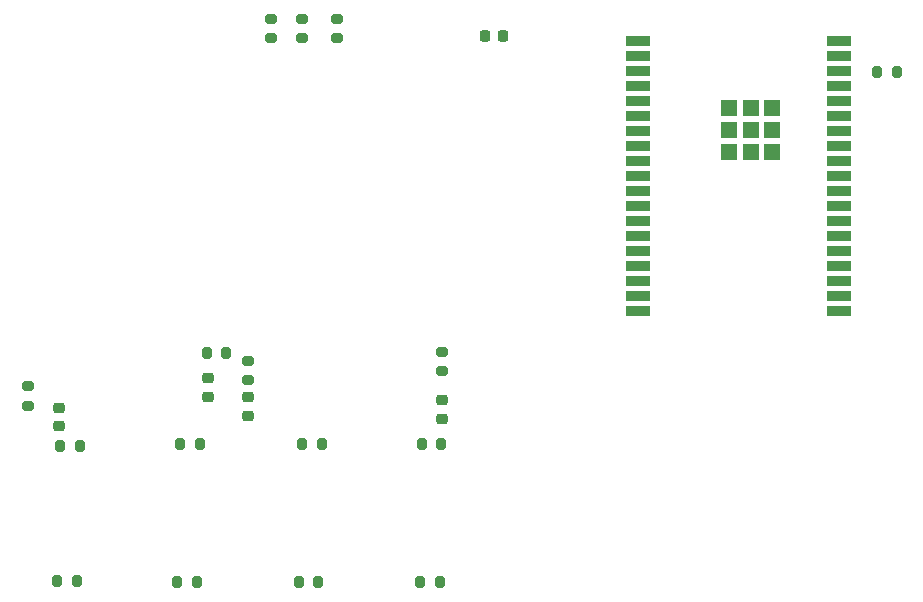
<source format=gbr>
%TF.GenerationSoftware,KiCad,Pcbnew,(6.0.0)*%
%TF.CreationDate,2022-01-24T17:43:35-05:00*%
%TF.ProjectId,TI thermostat esp32,54492074-6865-4726-9d6f-737461742065,rev?*%
%TF.SameCoordinates,Original*%
%TF.FileFunction,Paste,Bot*%
%TF.FilePolarity,Positive*%
%FSLAX46Y46*%
G04 Gerber Fmt 4.6, Leading zero omitted, Abs format (unit mm)*
G04 Created by KiCad (PCBNEW (6.0.0)) date 2022-01-24 17:43:35*
%MOMM*%
%LPD*%
G01*
G04 APERTURE LIST*
G04 Aperture macros list*
%AMRoundRect*
0 Rectangle with rounded corners*
0 $1 Rounding radius*
0 $2 $3 $4 $5 $6 $7 $8 $9 X,Y pos of 4 corners*
0 Add a 4 corners polygon primitive as box body*
4,1,4,$2,$3,$4,$5,$6,$7,$8,$9,$2,$3,0*
0 Add four circle primitives for the rounded corners*
1,1,$1+$1,$2,$3*
1,1,$1+$1,$4,$5*
1,1,$1+$1,$6,$7*
1,1,$1+$1,$8,$9*
0 Add four rect primitives between the rounded corners*
20,1,$1+$1,$2,$3,$4,$5,0*
20,1,$1+$1,$4,$5,$6,$7,0*
20,1,$1+$1,$6,$7,$8,$9,0*
20,1,$1+$1,$8,$9,$2,$3,0*%
G04 Aperture macros list end*
%ADD10RoundRect,0.218750X0.256250X-0.218750X0.256250X0.218750X-0.256250X0.218750X-0.256250X-0.218750X0*%
%ADD11RoundRect,0.200000X0.275000X-0.200000X0.275000X0.200000X-0.275000X0.200000X-0.275000X-0.200000X0*%
%ADD12RoundRect,0.225000X-0.225000X-0.250000X0.225000X-0.250000X0.225000X0.250000X-0.225000X0.250000X0*%
%ADD13R,2.000000X0.900000*%
%ADD14R,1.330000X1.330000*%
%ADD15RoundRect,0.200000X-0.200000X-0.275000X0.200000X-0.275000X0.200000X0.275000X-0.200000X0.275000X0*%
%ADD16RoundRect,0.200000X0.200000X0.275000X-0.200000X0.275000X-0.200000X-0.275000X0.200000X-0.275000X0*%
G04 APERTURE END LIST*
D10*
%TO.C,D3*%
X159131000Y-94386500D03*
X159131000Y-92811500D03*
%TD*%
D11*
%TO.C,R12*%
X159131000Y-91376000D03*
X159131000Y-89726000D03*
%TD*%
D10*
%TO.C,D2*%
X155702000Y-92761000D03*
X155702000Y-91186000D03*
%TD*%
D12*
%TO.C,C14*%
X179184000Y-62230000D03*
X180734000Y-62230000D03*
%TD*%
D10*
%TO.C,D1*%
X143129000Y-95275500D03*
X143129000Y-93700500D03*
%TD*%
D13*
%TO.C,IC1*%
X209176000Y-62674000D03*
X209176000Y-63944000D03*
X209176000Y-65214000D03*
X209176000Y-66484000D03*
X209176000Y-67754000D03*
X209176000Y-69024000D03*
X209176000Y-70294000D03*
X209176000Y-71564000D03*
X209176000Y-72834000D03*
X209176000Y-74104000D03*
X209176000Y-75374000D03*
X209176000Y-76644000D03*
X209176000Y-77914000D03*
X209176000Y-79184000D03*
X209176000Y-80454000D03*
X209176000Y-81724000D03*
X209176000Y-82994000D03*
X209176000Y-84264000D03*
X209176000Y-85534000D03*
X192176000Y-85534000D03*
X192176000Y-84264000D03*
X192176000Y-82994000D03*
X192176000Y-81724000D03*
X192176000Y-80454000D03*
X192176000Y-79184000D03*
X192176000Y-77914000D03*
X192176000Y-76644000D03*
X192176000Y-75374000D03*
X192176000Y-74104000D03*
X192176000Y-72834000D03*
X192176000Y-71564000D03*
X192176000Y-70294000D03*
X192176000Y-69024000D03*
X192176000Y-67754000D03*
X192176000Y-66484000D03*
X192176000Y-65214000D03*
X192176000Y-63944000D03*
X192176000Y-62674000D03*
D14*
X201676000Y-70174000D03*
X203511000Y-68339000D03*
X203511000Y-70174000D03*
X203511000Y-72009000D03*
X201676000Y-72009000D03*
X199841000Y-72009000D03*
X199841000Y-70174000D03*
X199841000Y-68339000D03*
X201676000Y-68339000D03*
%TD*%
D11*
%TO.C,R10*%
X140462000Y-93535000D03*
X140462000Y-91885000D03*
%TD*%
D15*
%TO.C,R1*%
X142965000Y-108331000D03*
X144615000Y-108331000D03*
%TD*%
D11*
%TO.C,R20*%
X161036000Y-62420000D03*
X161036000Y-60770000D03*
%TD*%
D16*
%TO.C,R8*%
X175476000Y-96774000D03*
X173826000Y-96774000D03*
%TD*%
D10*
%TO.C,D4*%
X175514000Y-94640500D03*
X175514000Y-93065500D03*
%TD*%
D11*
%TO.C,R23*%
X166624000Y-62420000D03*
X166624000Y-60770000D03*
%TD*%
%TO.C,R22*%
X163703000Y-62420000D03*
X163703000Y-60770000D03*
%TD*%
D15*
%TO.C,R3*%
X153125000Y-108458000D03*
X154775000Y-108458000D03*
%TD*%
%TO.C,R7*%
X173699000Y-108458000D03*
X175349000Y-108458000D03*
%TD*%
%TO.C,R11*%
X155639000Y-89027000D03*
X157289000Y-89027000D03*
%TD*%
D16*
%TO.C,R2*%
X144869000Y-96901000D03*
X143219000Y-96901000D03*
%TD*%
%TO.C,R4*%
X155029000Y-96774000D03*
X153379000Y-96774000D03*
%TD*%
%TO.C,R6*%
X165380000Y-96774000D03*
X163730000Y-96774000D03*
%TD*%
D15*
%TO.C,R5*%
X163412000Y-108458000D03*
X165062000Y-108458000D03*
%TD*%
D11*
%TO.C,R13*%
X175514000Y-90614000D03*
X175514000Y-88964000D03*
%TD*%
D16*
%TO.C,R18*%
X214058000Y-65278000D03*
X212408000Y-65278000D03*
%TD*%
M02*

</source>
